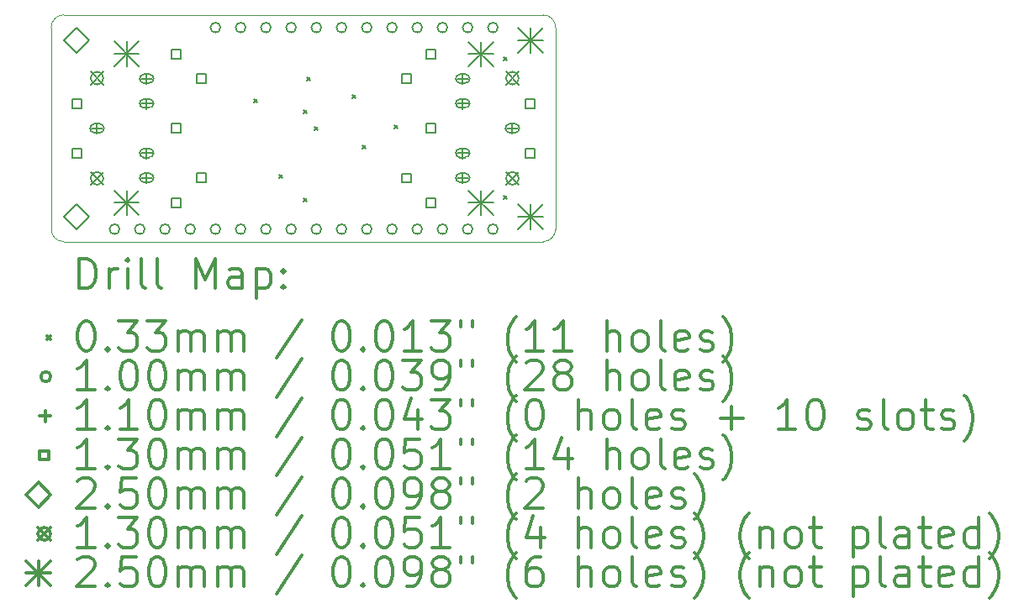
<source format=gbr>
%FSLAX45Y45*%
G04 Gerber Fmt 4.5, Leading zero omitted, Abs format (unit mm)*
G04 Created by KiCad (PCBNEW (5.0.0-rc2-dev-444-g2974a2c10)) date 08/12/19 19:19:52*
%MOMM*%
%LPD*%
G01*
G04 APERTURE LIST*
%ADD10C,0.100000*%
%ADD11C,0.200000*%
%ADD12C,0.300000*%
G04 APERTURE END LIST*
D10*
X12573000Y-9652000D02*
G75*
G02X12700000Y-9525000I127000J0D01*
G01*
X12700000Y-11811000D02*
G75*
G02X12573000Y-11684000I0J127000D01*
G01*
X17526000Y-9525000D02*
G75*
G02X17653000Y-9652000I0J-127000D01*
G01*
X17653000Y-11684000D02*
G75*
G02X17526000Y-11811000I-127000J0D01*
G01*
X12573000Y-9652000D02*
X12573000Y-11684000D01*
X12700000Y-9525000D02*
X17526000Y-9525000D01*
X17653000Y-11684000D02*
X17653000Y-9652000D01*
X17526000Y-11811000D02*
X12700000Y-11811000D01*
D11*
X14616515Y-10373154D02*
X14649535Y-10406174D01*
X14649535Y-10373154D02*
X14616515Y-10406174D01*
X14867890Y-11134090D02*
X14900910Y-11167110D01*
X14900910Y-11134090D02*
X14867890Y-11167110D01*
X15111815Y-10487454D02*
X15144835Y-10520474D01*
X15144835Y-10487454D02*
X15111815Y-10520474D01*
X15111815Y-11376454D02*
X15144835Y-11409474D01*
X15144835Y-11376454D02*
X15111815Y-11409474D01*
X15147290Y-10156190D02*
X15180310Y-10189210D01*
X15180310Y-10156190D02*
X15147290Y-10189210D01*
X15226115Y-10652054D02*
X15259135Y-10685074D01*
X15259135Y-10652054D02*
X15226115Y-10685074D01*
X15607115Y-10335054D02*
X15640135Y-10368074D01*
X15640135Y-10335054D02*
X15607115Y-10368074D01*
X15708715Y-10843054D02*
X15741735Y-10876074D01*
X15741735Y-10843054D02*
X15708715Y-10876074D01*
X16026215Y-10636834D02*
X16059235Y-10669854D01*
X16059235Y-10636834D02*
X16026215Y-10669854D01*
X17128490Y-9952990D02*
X17161510Y-9986010D01*
X17161510Y-9952990D02*
X17128490Y-9986010D01*
X17128490Y-11349990D02*
X17161510Y-11383010D01*
X17161510Y-11349990D02*
X17128490Y-11383010D01*
X13260625Y-11685064D02*
G75*
G03X13260625Y-11685064I-50000J0D01*
G01*
X13514625Y-11685064D02*
G75*
G03X13514625Y-11685064I-50000J0D01*
G01*
X13768625Y-11685064D02*
G75*
G03X13768625Y-11685064I-50000J0D01*
G01*
X14022625Y-11685064D02*
G75*
G03X14022625Y-11685064I-50000J0D01*
G01*
X14276625Y-9653064D02*
G75*
G03X14276625Y-9653064I-50000J0D01*
G01*
X14276625Y-11685064D02*
G75*
G03X14276625Y-11685064I-50000J0D01*
G01*
X14530625Y-9653064D02*
G75*
G03X14530625Y-9653064I-50000J0D01*
G01*
X14530625Y-11685064D02*
G75*
G03X14530625Y-11685064I-50000J0D01*
G01*
X14784625Y-9653064D02*
G75*
G03X14784625Y-9653064I-50000J0D01*
G01*
X14784625Y-11685064D02*
G75*
G03X14784625Y-11685064I-50000J0D01*
G01*
X15038625Y-9653064D02*
G75*
G03X15038625Y-9653064I-50000J0D01*
G01*
X15038625Y-11685064D02*
G75*
G03X15038625Y-11685064I-50000J0D01*
G01*
X15292625Y-9653064D02*
G75*
G03X15292625Y-9653064I-50000J0D01*
G01*
X15292625Y-11685064D02*
G75*
G03X15292625Y-11685064I-50000J0D01*
G01*
X15546625Y-9653064D02*
G75*
G03X15546625Y-9653064I-50000J0D01*
G01*
X15546625Y-11685064D02*
G75*
G03X15546625Y-11685064I-50000J0D01*
G01*
X15800625Y-9653064D02*
G75*
G03X15800625Y-9653064I-50000J0D01*
G01*
X15800625Y-11685064D02*
G75*
G03X15800625Y-11685064I-50000J0D01*
G01*
X16054625Y-9653064D02*
G75*
G03X16054625Y-9653064I-50000J0D01*
G01*
X16054625Y-11685064D02*
G75*
G03X16054625Y-11685064I-50000J0D01*
G01*
X16308625Y-9653064D02*
G75*
G03X16308625Y-9653064I-50000J0D01*
G01*
X16308625Y-11685064D02*
G75*
G03X16308625Y-11685064I-50000J0D01*
G01*
X16562625Y-9653064D02*
G75*
G03X16562625Y-9653064I-50000J0D01*
G01*
X16562625Y-11685064D02*
G75*
G03X16562625Y-11685064I-50000J0D01*
G01*
X16816625Y-9653064D02*
G75*
G03X16816625Y-9653064I-50000J0D01*
G01*
X16816625Y-11685064D02*
G75*
G03X16816625Y-11685064I-50000J0D01*
G01*
X17070625Y-9653064D02*
G75*
G03X17070625Y-9653064I-50000J0D01*
G01*
X17070625Y-11685064D02*
G75*
G03X17070625Y-11685064I-50000J0D01*
G01*
X13034200Y-10613000D02*
X13034200Y-10723000D01*
X12979200Y-10668000D02*
X13089200Y-10668000D01*
X13009200Y-10713000D02*
X13059200Y-10713000D01*
X13009200Y-10623000D02*
X13059200Y-10623000D01*
X13059200Y-10713000D02*
G75*
G03X13059200Y-10623000I0J45000D01*
G01*
X13009200Y-10623000D02*
G75*
G03X13009200Y-10713000I0J-45000D01*
G01*
X13534200Y-10113000D02*
X13534200Y-10223000D01*
X13479200Y-10168000D02*
X13589200Y-10168000D01*
X13509200Y-10213000D02*
X13559200Y-10213000D01*
X13509200Y-10123000D02*
X13559200Y-10123000D01*
X13559200Y-10213000D02*
G75*
G03X13559200Y-10123000I0J45000D01*
G01*
X13509200Y-10123000D02*
G75*
G03X13509200Y-10213000I0J-45000D01*
G01*
X13534200Y-10363000D02*
X13534200Y-10473000D01*
X13479200Y-10418000D02*
X13589200Y-10418000D01*
X13509200Y-10463000D02*
X13559200Y-10463000D01*
X13509200Y-10373000D02*
X13559200Y-10373000D01*
X13559200Y-10463000D02*
G75*
G03X13559200Y-10373000I0J45000D01*
G01*
X13509200Y-10373000D02*
G75*
G03X13509200Y-10463000I0J-45000D01*
G01*
X13534200Y-10863000D02*
X13534200Y-10973000D01*
X13479200Y-10918000D02*
X13589200Y-10918000D01*
X13509200Y-10963000D02*
X13559200Y-10963000D01*
X13509200Y-10873000D02*
X13559200Y-10873000D01*
X13559200Y-10963000D02*
G75*
G03X13559200Y-10873000I0J45000D01*
G01*
X13509200Y-10873000D02*
G75*
G03X13509200Y-10963000I0J-45000D01*
G01*
X13534200Y-11113000D02*
X13534200Y-11223000D01*
X13479200Y-11168000D02*
X13589200Y-11168000D01*
X13509200Y-11213000D02*
X13559200Y-11213000D01*
X13509200Y-11123000D02*
X13559200Y-11123000D01*
X13559200Y-11213000D02*
G75*
G03X13559200Y-11123000I0J45000D01*
G01*
X13509200Y-11123000D02*
G75*
G03X13509200Y-11213000I0J-45000D01*
G01*
X16717200Y-10113000D02*
X16717200Y-10223000D01*
X16662200Y-10168000D02*
X16772200Y-10168000D01*
X16742200Y-10123000D02*
X16692200Y-10123000D01*
X16742200Y-10213000D02*
X16692200Y-10213000D01*
X16692200Y-10123000D02*
G75*
G03X16692200Y-10213000I0J-45000D01*
G01*
X16742200Y-10213000D02*
G75*
G03X16742200Y-10123000I0J45000D01*
G01*
X16717200Y-10363000D02*
X16717200Y-10473000D01*
X16662200Y-10418000D02*
X16772200Y-10418000D01*
X16742200Y-10373000D02*
X16692200Y-10373000D01*
X16742200Y-10463000D02*
X16692200Y-10463000D01*
X16692200Y-10373000D02*
G75*
G03X16692200Y-10463000I0J-45000D01*
G01*
X16742200Y-10463000D02*
G75*
G03X16742200Y-10373000I0J45000D01*
G01*
X16717200Y-10863000D02*
X16717200Y-10973000D01*
X16662200Y-10918000D02*
X16772200Y-10918000D01*
X16742200Y-10873000D02*
X16692200Y-10873000D01*
X16742200Y-10963000D02*
X16692200Y-10963000D01*
X16692200Y-10873000D02*
G75*
G03X16692200Y-10963000I0J-45000D01*
G01*
X16742200Y-10963000D02*
G75*
G03X16742200Y-10873000I0J45000D01*
G01*
X16717200Y-11113000D02*
X16717200Y-11223000D01*
X16662200Y-11168000D02*
X16772200Y-11168000D01*
X16742200Y-11123000D02*
X16692200Y-11123000D01*
X16742200Y-11213000D02*
X16692200Y-11213000D01*
X16692200Y-11123000D02*
G75*
G03X16692200Y-11213000I0J-45000D01*
G01*
X16742200Y-11213000D02*
G75*
G03X16742200Y-11123000I0J45000D01*
G01*
X17217200Y-10613000D02*
X17217200Y-10723000D01*
X17162200Y-10668000D02*
X17272200Y-10668000D01*
X17242200Y-10623000D02*
X17192200Y-10623000D01*
X17242200Y-10713000D02*
X17192200Y-10713000D01*
X17192200Y-10623000D02*
G75*
G03X17192200Y-10713000I0J-45000D01*
G01*
X17242200Y-10713000D02*
G75*
G03X17242200Y-10623000I0J45000D01*
G01*
X12878888Y-10464327D02*
X12878888Y-10372402D01*
X12786963Y-10372402D01*
X12786963Y-10464327D01*
X12878888Y-10464327D01*
X12878888Y-10964327D02*
X12878888Y-10872402D01*
X12786963Y-10872402D01*
X12786963Y-10964327D01*
X12878888Y-10964327D01*
X13878888Y-9964327D02*
X13878888Y-9872402D01*
X13786963Y-9872402D01*
X13786963Y-9964327D01*
X13878888Y-9964327D01*
X13878888Y-10714327D02*
X13878888Y-10622402D01*
X13786963Y-10622402D01*
X13786963Y-10714327D01*
X13878888Y-10714327D01*
X13878888Y-11464327D02*
X13878888Y-11372402D01*
X13786963Y-11372402D01*
X13786963Y-11464327D01*
X13878888Y-11464327D01*
X14128888Y-10214327D02*
X14128888Y-10122402D01*
X14036963Y-10122402D01*
X14036963Y-10214327D01*
X14128888Y-10214327D01*
X14128888Y-11214327D02*
X14128888Y-11122402D01*
X14036963Y-11122402D01*
X14036963Y-11214327D01*
X14128888Y-11214327D01*
X16194288Y-10215727D02*
X16194288Y-10123802D01*
X16102363Y-10123802D01*
X16102363Y-10215727D01*
X16194288Y-10215727D01*
X16194288Y-11215727D02*
X16194288Y-11123802D01*
X16102363Y-11123802D01*
X16102363Y-11215727D01*
X16194288Y-11215727D01*
X16444288Y-9965727D02*
X16444288Y-9873802D01*
X16352363Y-9873802D01*
X16352363Y-9965727D01*
X16444288Y-9965727D01*
X16444288Y-10715727D02*
X16444288Y-10623802D01*
X16352363Y-10623802D01*
X16352363Y-10715727D01*
X16444288Y-10715727D01*
X16444288Y-11465727D02*
X16444288Y-11373802D01*
X16352363Y-11373802D01*
X16352363Y-11465727D01*
X16444288Y-11465727D01*
X17444288Y-10465727D02*
X17444288Y-10373802D01*
X17352363Y-10373802D01*
X17352363Y-10465727D01*
X17444288Y-10465727D01*
X17444288Y-10965727D02*
X17444288Y-10873802D01*
X17352363Y-10873802D01*
X17352363Y-10965727D01*
X17444288Y-10965727D01*
X12829625Y-9905064D02*
X12954625Y-9780064D01*
X12829625Y-9655064D01*
X12704625Y-9780064D01*
X12829625Y-9905064D01*
X12829625Y-11683064D02*
X12954625Y-11558064D01*
X12829625Y-11433064D01*
X12704625Y-11558064D01*
X12829625Y-11683064D01*
X12969200Y-10098000D02*
X13099200Y-10228000D01*
X13099200Y-10098000D02*
X12969200Y-10228000D01*
X13099200Y-10163000D02*
G75*
G03X13099200Y-10163000I-65000J0D01*
G01*
X12969200Y-11108000D02*
X13099200Y-11238000D01*
X13099200Y-11108000D02*
X12969200Y-11238000D01*
X13099200Y-11173000D02*
G75*
G03X13099200Y-11173000I-65000J0D01*
G01*
X17152200Y-10098000D02*
X17282200Y-10228000D01*
X17282200Y-10098000D02*
X17152200Y-10228000D01*
X17282200Y-10163000D02*
G75*
G03X17282200Y-10163000I-65000J0D01*
G01*
X17152200Y-11108000D02*
X17282200Y-11238000D01*
X17282200Y-11108000D02*
X17152200Y-11238000D01*
X17282200Y-11173000D02*
G75*
G03X17282200Y-11173000I-65000J0D01*
G01*
X13207925Y-9793364D02*
X13457925Y-10043364D01*
X13457925Y-9793364D02*
X13207925Y-10043364D01*
X13332925Y-9793364D02*
X13332925Y-10043364D01*
X13207925Y-9918364D02*
X13457925Y-9918364D01*
X13207925Y-11293364D02*
X13457925Y-11543364D01*
X13457925Y-11293364D02*
X13207925Y-11543364D01*
X13332925Y-11293364D02*
X13332925Y-11543364D01*
X13207925Y-11418364D02*
X13457925Y-11418364D01*
X17276625Y-9655064D02*
X17526625Y-9905064D01*
X17526625Y-9655064D02*
X17276625Y-9905064D01*
X17401625Y-9655064D02*
X17401625Y-9905064D01*
X17276625Y-9780064D02*
X17526625Y-9780064D01*
X17276625Y-11433064D02*
X17526625Y-11683064D01*
X17526625Y-11433064D02*
X17276625Y-11683064D01*
X17401625Y-11433064D02*
X17401625Y-11683064D01*
X17276625Y-11558064D02*
X17526625Y-11558064D01*
X16773325Y-9794764D02*
X17023325Y-10044764D01*
X17023325Y-9794764D02*
X16773325Y-10044764D01*
X16898325Y-9794764D02*
X16898325Y-10044764D01*
X16773325Y-9919764D02*
X17023325Y-9919764D01*
X16773325Y-11294764D02*
X17023325Y-11544764D01*
X17023325Y-11294764D02*
X16773325Y-11544764D01*
X16898325Y-11294764D02*
X16898325Y-11544764D01*
X16773325Y-11419764D02*
X17023325Y-11419764D01*
D12*
X12854428Y-12281714D02*
X12854428Y-11981714D01*
X12925857Y-11981714D01*
X12968714Y-11996000D01*
X12997286Y-12024571D01*
X13011571Y-12053143D01*
X13025857Y-12110286D01*
X13025857Y-12153143D01*
X13011571Y-12210286D01*
X12997286Y-12238857D01*
X12968714Y-12267429D01*
X12925857Y-12281714D01*
X12854428Y-12281714D01*
X13154428Y-12281714D02*
X13154428Y-12081714D01*
X13154428Y-12138857D02*
X13168714Y-12110286D01*
X13183000Y-12096000D01*
X13211571Y-12081714D01*
X13240143Y-12081714D01*
X13340143Y-12281714D02*
X13340143Y-12081714D01*
X13340143Y-11981714D02*
X13325857Y-11996000D01*
X13340143Y-12010286D01*
X13354428Y-11996000D01*
X13340143Y-11981714D01*
X13340143Y-12010286D01*
X13525857Y-12281714D02*
X13497286Y-12267429D01*
X13483000Y-12238857D01*
X13483000Y-11981714D01*
X13683000Y-12281714D02*
X13654428Y-12267429D01*
X13640143Y-12238857D01*
X13640143Y-11981714D01*
X14025857Y-12281714D02*
X14025857Y-11981714D01*
X14125857Y-12196000D01*
X14225857Y-11981714D01*
X14225857Y-12281714D01*
X14497286Y-12281714D02*
X14497286Y-12124571D01*
X14483000Y-12096000D01*
X14454428Y-12081714D01*
X14397286Y-12081714D01*
X14368714Y-12096000D01*
X14497286Y-12267429D02*
X14468714Y-12281714D01*
X14397286Y-12281714D01*
X14368714Y-12267429D01*
X14354428Y-12238857D01*
X14354428Y-12210286D01*
X14368714Y-12181714D01*
X14397286Y-12167429D01*
X14468714Y-12167429D01*
X14497286Y-12153143D01*
X14640143Y-12081714D02*
X14640143Y-12381714D01*
X14640143Y-12096000D02*
X14668714Y-12081714D01*
X14725857Y-12081714D01*
X14754428Y-12096000D01*
X14768714Y-12110286D01*
X14783000Y-12138857D01*
X14783000Y-12224571D01*
X14768714Y-12253143D01*
X14754428Y-12267429D01*
X14725857Y-12281714D01*
X14668714Y-12281714D01*
X14640143Y-12267429D01*
X14911571Y-12253143D02*
X14925857Y-12267429D01*
X14911571Y-12281714D01*
X14897286Y-12267429D01*
X14911571Y-12253143D01*
X14911571Y-12281714D01*
X14911571Y-12096000D02*
X14925857Y-12110286D01*
X14911571Y-12124571D01*
X14897286Y-12110286D01*
X14911571Y-12096000D01*
X14911571Y-12124571D01*
X12534980Y-12759490D02*
X12568000Y-12792510D01*
X12568000Y-12759490D02*
X12534980Y-12792510D01*
X12911571Y-12611714D02*
X12940143Y-12611714D01*
X12968714Y-12626000D01*
X12983000Y-12640286D01*
X12997286Y-12668857D01*
X13011571Y-12726000D01*
X13011571Y-12797429D01*
X12997286Y-12854571D01*
X12983000Y-12883143D01*
X12968714Y-12897429D01*
X12940143Y-12911714D01*
X12911571Y-12911714D01*
X12883000Y-12897429D01*
X12868714Y-12883143D01*
X12854428Y-12854571D01*
X12840143Y-12797429D01*
X12840143Y-12726000D01*
X12854428Y-12668857D01*
X12868714Y-12640286D01*
X12883000Y-12626000D01*
X12911571Y-12611714D01*
X13140143Y-12883143D02*
X13154428Y-12897429D01*
X13140143Y-12911714D01*
X13125857Y-12897429D01*
X13140143Y-12883143D01*
X13140143Y-12911714D01*
X13254428Y-12611714D02*
X13440143Y-12611714D01*
X13340143Y-12726000D01*
X13383000Y-12726000D01*
X13411571Y-12740286D01*
X13425857Y-12754571D01*
X13440143Y-12783143D01*
X13440143Y-12854571D01*
X13425857Y-12883143D01*
X13411571Y-12897429D01*
X13383000Y-12911714D01*
X13297286Y-12911714D01*
X13268714Y-12897429D01*
X13254428Y-12883143D01*
X13540143Y-12611714D02*
X13725857Y-12611714D01*
X13625857Y-12726000D01*
X13668714Y-12726000D01*
X13697286Y-12740286D01*
X13711571Y-12754571D01*
X13725857Y-12783143D01*
X13725857Y-12854571D01*
X13711571Y-12883143D01*
X13697286Y-12897429D01*
X13668714Y-12911714D01*
X13583000Y-12911714D01*
X13554428Y-12897429D01*
X13540143Y-12883143D01*
X13854428Y-12911714D02*
X13854428Y-12711714D01*
X13854428Y-12740286D02*
X13868714Y-12726000D01*
X13897286Y-12711714D01*
X13940143Y-12711714D01*
X13968714Y-12726000D01*
X13983000Y-12754571D01*
X13983000Y-12911714D01*
X13983000Y-12754571D02*
X13997286Y-12726000D01*
X14025857Y-12711714D01*
X14068714Y-12711714D01*
X14097286Y-12726000D01*
X14111571Y-12754571D01*
X14111571Y-12911714D01*
X14254428Y-12911714D02*
X14254428Y-12711714D01*
X14254428Y-12740286D02*
X14268714Y-12726000D01*
X14297286Y-12711714D01*
X14340143Y-12711714D01*
X14368714Y-12726000D01*
X14383000Y-12754571D01*
X14383000Y-12911714D01*
X14383000Y-12754571D02*
X14397286Y-12726000D01*
X14425857Y-12711714D01*
X14468714Y-12711714D01*
X14497286Y-12726000D01*
X14511571Y-12754571D01*
X14511571Y-12911714D01*
X15097286Y-12597429D02*
X14840143Y-12983143D01*
X15483000Y-12611714D02*
X15511571Y-12611714D01*
X15540143Y-12626000D01*
X15554428Y-12640286D01*
X15568714Y-12668857D01*
X15583000Y-12726000D01*
X15583000Y-12797429D01*
X15568714Y-12854571D01*
X15554428Y-12883143D01*
X15540143Y-12897429D01*
X15511571Y-12911714D01*
X15483000Y-12911714D01*
X15454428Y-12897429D01*
X15440143Y-12883143D01*
X15425857Y-12854571D01*
X15411571Y-12797429D01*
X15411571Y-12726000D01*
X15425857Y-12668857D01*
X15440143Y-12640286D01*
X15454428Y-12626000D01*
X15483000Y-12611714D01*
X15711571Y-12883143D02*
X15725857Y-12897429D01*
X15711571Y-12911714D01*
X15697286Y-12897429D01*
X15711571Y-12883143D01*
X15711571Y-12911714D01*
X15911571Y-12611714D02*
X15940143Y-12611714D01*
X15968714Y-12626000D01*
X15983000Y-12640286D01*
X15997286Y-12668857D01*
X16011571Y-12726000D01*
X16011571Y-12797429D01*
X15997286Y-12854571D01*
X15983000Y-12883143D01*
X15968714Y-12897429D01*
X15940143Y-12911714D01*
X15911571Y-12911714D01*
X15883000Y-12897429D01*
X15868714Y-12883143D01*
X15854428Y-12854571D01*
X15840143Y-12797429D01*
X15840143Y-12726000D01*
X15854428Y-12668857D01*
X15868714Y-12640286D01*
X15883000Y-12626000D01*
X15911571Y-12611714D01*
X16297286Y-12911714D02*
X16125857Y-12911714D01*
X16211571Y-12911714D02*
X16211571Y-12611714D01*
X16183000Y-12654571D01*
X16154428Y-12683143D01*
X16125857Y-12697429D01*
X16397286Y-12611714D02*
X16583000Y-12611714D01*
X16483000Y-12726000D01*
X16525857Y-12726000D01*
X16554428Y-12740286D01*
X16568714Y-12754571D01*
X16583000Y-12783143D01*
X16583000Y-12854571D01*
X16568714Y-12883143D01*
X16554428Y-12897429D01*
X16525857Y-12911714D01*
X16440143Y-12911714D01*
X16411571Y-12897429D01*
X16397286Y-12883143D01*
X16697286Y-12611714D02*
X16697286Y-12668857D01*
X16811571Y-12611714D02*
X16811571Y-12668857D01*
X17254428Y-13026000D02*
X17240143Y-13011714D01*
X17211571Y-12968857D01*
X17197286Y-12940286D01*
X17183000Y-12897429D01*
X17168714Y-12826000D01*
X17168714Y-12768857D01*
X17183000Y-12697429D01*
X17197286Y-12654571D01*
X17211571Y-12626000D01*
X17240143Y-12583143D01*
X17254428Y-12568857D01*
X17525857Y-12911714D02*
X17354428Y-12911714D01*
X17440143Y-12911714D02*
X17440143Y-12611714D01*
X17411571Y-12654571D01*
X17383000Y-12683143D01*
X17354428Y-12697429D01*
X17811571Y-12911714D02*
X17640143Y-12911714D01*
X17725857Y-12911714D02*
X17725857Y-12611714D01*
X17697286Y-12654571D01*
X17668714Y-12683143D01*
X17640143Y-12697429D01*
X18168714Y-12911714D02*
X18168714Y-12611714D01*
X18297286Y-12911714D02*
X18297286Y-12754571D01*
X18283000Y-12726000D01*
X18254428Y-12711714D01*
X18211571Y-12711714D01*
X18183000Y-12726000D01*
X18168714Y-12740286D01*
X18483000Y-12911714D02*
X18454428Y-12897429D01*
X18440143Y-12883143D01*
X18425857Y-12854571D01*
X18425857Y-12768857D01*
X18440143Y-12740286D01*
X18454428Y-12726000D01*
X18483000Y-12711714D01*
X18525857Y-12711714D01*
X18554428Y-12726000D01*
X18568714Y-12740286D01*
X18583000Y-12768857D01*
X18583000Y-12854571D01*
X18568714Y-12883143D01*
X18554428Y-12897429D01*
X18525857Y-12911714D01*
X18483000Y-12911714D01*
X18754428Y-12911714D02*
X18725857Y-12897429D01*
X18711571Y-12868857D01*
X18711571Y-12611714D01*
X18983000Y-12897429D02*
X18954428Y-12911714D01*
X18897286Y-12911714D01*
X18868714Y-12897429D01*
X18854428Y-12868857D01*
X18854428Y-12754571D01*
X18868714Y-12726000D01*
X18897286Y-12711714D01*
X18954428Y-12711714D01*
X18983000Y-12726000D01*
X18997286Y-12754571D01*
X18997286Y-12783143D01*
X18854428Y-12811714D01*
X19111571Y-12897429D02*
X19140143Y-12911714D01*
X19197286Y-12911714D01*
X19225857Y-12897429D01*
X19240143Y-12868857D01*
X19240143Y-12854571D01*
X19225857Y-12826000D01*
X19197286Y-12811714D01*
X19154428Y-12811714D01*
X19125857Y-12797429D01*
X19111571Y-12768857D01*
X19111571Y-12754571D01*
X19125857Y-12726000D01*
X19154428Y-12711714D01*
X19197286Y-12711714D01*
X19225857Y-12726000D01*
X19340143Y-13026000D02*
X19354428Y-13011714D01*
X19383000Y-12968857D01*
X19397286Y-12940286D01*
X19411571Y-12897429D01*
X19425857Y-12826000D01*
X19425857Y-12768857D01*
X19411571Y-12697429D01*
X19397286Y-12654571D01*
X19383000Y-12626000D01*
X19354428Y-12583143D01*
X19340143Y-12568857D01*
X12568000Y-13172000D02*
G75*
G03X12568000Y-13172000I-50000J0D01*
G01*
X13011571Y-13307714D02*
X12840143Y-13307714D01*
X12925857Y-13307714D02*
X12925857Y-13007714D01*
X12897286Y-13050571D01*
X12868714Y-13079143D01*
X12840143Y-13093429D01*
X13140143Y-13279143D02*
X13154428Y-13293429D01*
X13140143Y-13307714D01*
X13125857Y-13293429D01*
X13140143Y-13279143D01*
X13140143Y-13307714D01*
X13340143Y-13007714D02*
X13368714Y-13007714D01*
X13397286Y-13022000D01*
X13411571Y-13036286D01*
X13425857Y-13064857D01*
X13440143Y-13122000D01*
X13440143Y-13193429D01*
X13425857Y-13250571D01*
X13411571Y-13279143D01*
X13397286Y-13293429D01*
X13368714Y-13307714D01*
X13340143Y-13307714D01*
X13311571Y-13293429D01*
X13297286Y-13279143D01*
X13283000Y-13250571D01*
X13268714Y-13193429D01*
X13268714Y-13122000D01*
X13283000Y-13064857D01*
X13297286Y-13036286D01*
X13311571Y-13022000D01*
X13340143Y-13007714D01*
X13625857Y-13007714D02*
X13654428Y-13007714D01*
X13683000Y-13022000D01*
X13697286Y-13036286D01*
X13711571Y-13064857D01*
X13725857Y-13122000D01*
X13725857Y-13193429D01*
X13711571Y-13250571D01*
X13697286Y-13279143D01*
X13683000Y-13293429D01*
X13654428Y-13307714D01*
X13625857Y-13307714D01*
X13597286Y-13293429D01*
X13583000Y-13279143D01*
X13568714Y-13250571D01*
X13554428Y-13193429D01*
X13554428Y-13122000D01*
X13568714Y-13064857D01*
X13583000Y-13036286D01*
X13597286Y-13022000D01*
X13625857Y-13007714D01*
X13854428Y-13307714D02*
X13854428Y-13107714D01*
X13854428Y-13136286D02*
X13868714Y-13122000D01*
X13897286Y-13107714D01*
X13940143Y-13107714D01*
X13968714Y-13122000D01*
X13983000Y-13150571D01*
X13983000Y-13307714D01*
X13983000Y-13150571D02*
X13997286Y-13122000D01*
X14025857Y-13107714D01*
X14068714Y-13107714D01*
X14097286Y-13122000D01*
X14111571Y-13150571D01*
X14111571Y-13307714D01*
X14254428Y-13307714D02*
X14254428Y-13107714D01*
X14254428Y-13136286D02*
X14268714Y-13122000D01*
X14297286Y-13107714D01*
X14340143Y-13107714D01*
X14368714Y-13122000D01*
X14383000Y-13150571D01*
X14383000Y-13307714D01*
X14383000Y-13150571D02*
X14397286Y-13122000D01*
X14425857Y-13107714D01*
X14468714Y-13107714D01*
X14497286Y-13122000D01*
X14511571Y-13150571D01*
X14511571Y-13307714D01*
X15097286Y-12993429D02*
X14840143Y-13379143D01*
X15483000Y-13007714D02*
X15511571Y-13007714D01*
X15540143Y-13022000D01*
X15554428Y-13036286D01*
X15568714Y-13064857D01*
X15583000Y-13122000D01*
X15583000Y-13193429D01*
X15568714Y-13250571D01*
X15554428Y-13279143D01*
X15540143Y-13293429D01*
X15511571Y-13307714D01*
X15483000Y-13307714D01*
X15454428Y-13293429D01*
X15440143Y-13279143D01*
X15425857Y-13250571D01*
X15411571Y-13193429D01*
X15411571Y-13122000D01*
X15425857Y-13064857D01*
X15440143Y-13036286D01*
X15454428Y-13022000D01*
X15483000Y-13007714D01*
X15711571Y-13279143D02*
X15725857Y-13293429D01*
X15711571Y-13307714D01*
X15697286Y-13293429D01*
X15711571Y-13279143D01*
X15711571Y-13307714D01*
X15911571Y-13007714D02*
X15940143Y-13007714D01*
X15968714Y-13022000D01*
X15983000Y-13036286D01*
X15997286Y-13064857D01*
X16011571Y-13122000D01*
X16011571Y-13193429D01*
X15997286Y-13250571D01*
X15983000Y-13279143D01*
X15968714Y-13293429D01*
X15940143Y-13307714D01*
X15911571Y-13307714D01*
X15883000Y-13293429D01*
X15868714Y-13279143D01*
X15854428Y-13250571D01*
X15840143Y-13193429D01*
X15840143Y-13122000D01*
X15854428Y-13064857D01*
X15868714Y-13036286D01*
X15883000Y-13022000D01*
X15911571Y-13007714D01*
X16111571Y-13007714D02*
X16297286Y-13007714D01*
X16197286Y-13122000D01*
X16240143Y-13122000D01*
X16268714Y-13136286D01*
X16283000Y-13150571D01*
X16297286Y-13179143D01*
X16297286Y-13250571D01*
X16283000Y-13279143D01*
X16268714Y-13293429D01*
X16240143Y-13307714D01*
X16154428Y-13307714D01*
X16125857Y-13293429D01*
X16111571Y-13279143D01*
X16440143Y-13307714D02*
X16497286Y-13307714D01*
X16525857Y-13293429D01*
X16540143Y-13279143D01*
X16568714Y-13236286D01*
X16583000Y-13179143D01*
X16583000Y-13064857D01*
X16568714Y-13036286D01*
X16554428Y-13022000D01*
X16525857Y-13007714D01*
X16468714Y-13007714D01*
X16440143Y-13022000D01*
X16425857Y-13036286D01*
X16411571Y-13064857D01*
X16411571Y-13136286D01*
X16425857Y-13164857D01*
X16440143Y-13179143D01*
X16468714Y-13193429D01*
X16525857Y-13193429D01*
X16554428Y-13179143D01*
X16568714Y-13164857D01*
X16583000Y-13136286D01*
X16697286Y-13007714D02*
X16697286Y-13064857D01*
X16811571Y-13007714D02*
X16811571Y-13064857D01*
X17254428Y-13422000D02*
X17240143Y-13407714D01*
X17211571Y-13364857D01*
X17197286Y-13336286D01*
X17183000Y-13293429D01*
X17168714Y-13222000D01*
X17168714Y-13164857D01*
X17183000Y-13093429D01*
X17197286Y-13050571D01*
X17211571Y-13022000D01*
X17240143Y-12979143D01*
X17254428Y-12964857D01*
X17354428Y-13036286D02*
X17368714Y-13022000D01*
X17397286Y-13007714D01*
X17468714Y-13007714D01*
X17497286Y-13022000D01*
X17511571Y-13036286D01*
X17525857Y-13064857D01*
X17525857Y-13093429D01*
X17511571Y-13136286D01*
X17340143Y-13307714D01*
X17525857Y-13307714D01*
X17697286Y-13136286D02*
X17668714Y-13122000D01*
X17654428Y-13107714D01*
X17640143Y-13079143D01*
X17640143Y-13064857D01*
X17654428Y-13036286D01*
X17668714Y-13022000D01*
X17697286Y-13007714D01*
X17754428Y-13007714D01*
X17783000Y-13022000D01*
X17797286Y-13036286D01*
X17811571Y-13064857D01*
X17811571Y-13079143D01*
X17797286Y-13107714D01*
X17783000Y-13122000D01*
X17754428Y-13136286D01*
X17697286Y-13136286D01*
X17668714Y-13150571D01*
X17654428Y-13164857D01*
X17640143Y-13193429D01*
X17640143Y-13250571D01*
X17654428Y-13279143D01*
X17668714Y-13293429D01*
X17697286Y-13307714D01*
X17754428Y-13307714D01*
X17783000Y-13293429D01*
X17797286Y-13279143D01*
X17811571Y-13250571D01*
X17811571Y-13193429D01*
X17797286Y-13164857D01*
X17783000Y-13150571D01*
X17754428Y-13136286D01*
X18168714Y-13307714D02*
X18168714Y-13007714D01*
X18297286Y-13307714D02*
X18297286Y-13150571D01*
X18283000Y-13122000D01*
X18254428Y-13107714D01*
X18211571Y-13107714D01*
X18183000Y-13122000D01*
X18168714Y-13136286D01*
X18483000Y-13307714D02*
X18454428Y-13293429D01*
X18440143Y-13279143D01*
X18425857Y-13250571D01*
X18425857Y-13164857D01*
X18440143Y-13136286D01*
X18454428Y-13122000D01*
X18483000Y-13107714D01*
X18525857Y-13107714D01*
X18554428Y-13122000D01*
X18568714Y-13136286D01*
X18583000Y-13164857D01*
X18583000Y-13250571D01*
X18568714Y-13279143D01*
X18554428Y-13293429D01*
X18525857Y-13307714D01*
X18483000Y-13307714D01*
X18754428Y-13307714D02*
X18725857Y-13293429D01*
X18711571Y-13264857D01*
X18711571Y-13007714D01*
X18983000Y-13293429D02*
X18954428Y-13307714D01*
X18897286Y-13307714D01*
X18868714Y-13293429D01*
X18854428Y-13264857D01*
X18854428Y-13150571D01*
X18868714Y-13122000D01*
X18897286Y-13107714D01*
X18954428Y-13107714D01*
X18983000Y-13122000D01*
X18997286Y-13150571D01*
X18997286Y-13179143D01*
X18854428Y-13207714D01*
X19111571Y-13293429D02*
X19140143Y-13307714D01*
X19197286Y-13307714D01*
X19225857Y-13293429D01*
X19240143Y-13264857D01*
X19240143Y-13250571D01*
X19225857Y-13222000D01*
X19197286Y-13207714D01*
X19154428Y-13207714D01*
X19125857Y-13193429D01*
X19111571Y-13164857D01*
X19111571Y-13150571D01*
X19125857Y-13122000D01*
X19154428Y-13107714D01*
X19197286Y-13107714D01*
X19225857Y-13122000D01*
X19340143Y-13422000D02*
X19354428Y-13407714D01*
X19383000Y-13364857D01*
X19397286Y-13336286D01*
X19411571Y-13293429D01*
X19425857Y-13222000D01*
X19425857Y-13164857D01*
X19411571Y-13093429D01*
X19397286Y-13050571D01*
X19383000Y-13022000D01*
X19354428Y-12979143D01*
X19340143Y-12964857D01*
X12513000Y-13513000D02*
X12513000Y-13623000D01*
X12458000Y-13568000D02*
X12568000Y-13568000D01*
X13011571Y-13703714D02*
X12840143Y-13703714D01*
X12925857Y-13703714D02*
X12925857Y-13403714D01*
X12897286Y-13446571D01*
X12868714Y-13475143D01*
X12840143Y-13489429D01*
X13140143Y-13675143D02*
X13154428Y-13689429D01*
X13140143Y-13703714D01*
X13125857Y-13689429D01*
X13140143Y-13675143D01*
X13140143Y-13703714D01*
X13440143Y-13703714D02*
X13268714Y-13703714D01*
X13354428Y-13703714D02*
X13354428Y-13403714D01*
X13325857Y-13446571D01*
X13297286Y-13475143D01*
X13268714Y-13489429D01*
X13625857Y-13403714D02*
X13654428Y-13403714D01*
X13683000Y-13418000D01*
X13697286Y-13432286D01*
X13711571Y-13460857D01*
X13725857Y-13518000D01*
X13725857Y-13589429D01*
X13711571Y-13646571D01*
X13697286Y-13675143D01*
X13683000Y-13689429D01*
X13654428Y-13703714D01*
X13625857Y-13703714D01*
X13597286Y-13689429D01*
X13583000Y-13675143D01*
X13568714Y-13646571D01*
X13554428Y-13589429D01*
X13554428Y-13518000D01*
X13568714Y-13460857D01*
X13583000Y-13432286D01*
X13597286Y-13418000D01*
X13625857Y-13403714D01*
X13854428Y-13703714D02*
X13854428Y-13503714D01*
X13854428Y-13532286D02*
X13868714Y-13518000D01*
X13897286Y-13503714D01*
X13940143Y-13503714D01*
X13968714Y-13518000D01*
X13983000Y-13546571D01*
X13983000Y-13703714D01*
X13983000Y-13546571D02*
X13997286Y-13518000D01*
X14025857Y-13503714D01*
X14068714Y-13503714D01*
X14097286Y-13518000D01*
X14111571Y-13546571D01*
X14111571Y-13703714D01*
X14254428Y-13703714D02*
X14254428Y-13503714D01*
X14254428Y-13532286D02*
X14268714Y-13518000D01*
X14297286Y-13503714D01*
X14340143Y-13503714D01*
X14368714Y-13518000D01*
X14383000Y-13546571D01*
X14383000Y-13703714D01*
X14383000Y-13546571D02*
X14397286Y-13518000D01*
X14425857Y-13503714D01*
X14468714Y-13503714D01*
X14497286Y-13518000D01*
X14511571Y-13546571D01*
X14511571Y-13703714D01*
X15097286Y-13389429D02*
X14840143Y-13775143D01*
X15483000Y-13403714D02*
X15511571Y-13403714D01*
X15540143Y-13418000D01*
X15554428Y-13432286D01*
X15568714Y-13460857D01*
X15583000Y-13518000D01*
X15583000Y-13589429D01*
X15568714Y-13646571D01*
X15554428Y-13675143D01*
X15540143Y-13689429D01*
X15511571Y-13703714D01*
X15483000Y-13703714D01*
X15454428Y-13689429D01*
X15440143Y-13675143D01*
X15425857Y-13646571D01*
X15411571Y-13589429D01*
X15411571Y-13518000D01*
X15425857Y-13460857D01*
X15440143Y-13432286D01*
X15454428Y-13418000D01*
X15483000Y-13403714D01*
X15711571Y-13675143D02*
X15725857Y-13689429D01*
X15711571Y-13703714D01*
X15697286Y-13689429D01*
X15711571Y-13675143D01*
X15711571Y-13703714D01*
X15911571Y-13403714D02*
X15940143Y-13403714D01*
X15968714Y-13418000D01*
X15983000Y-13432286D01*
X15997286Y-13460857D01*
X16011571Y-13518000D01*
X16011571Y-13589429D01*
X15997286Y-13646571D01*
X15983000Y-13675143D01*
X15968714Y-13689429D01*
X15940143Y-13703714D01*
X15911571Y-13703714D01*
X15883000Y-13689429D01*
X15868714Y-13675143D01*
X15854428Y-13646571D01*
X15840143Y-13589429D01*
X15840143Y-13518000D01*
X15854428Y-13460857D01*
X15868714Y-13432286D01*
X15883000Y-13418000D01*
X15911571Y-13403714D01*
X16268714Y-13503714D02*
X16268714Y-13703714D01*
X16197286Y-13389429D02*
X16125857Y-13603714D01*
X16311571Y-13603714D01*
X16397286Y-13403714D02*
X16583000Y-13403714D01*
X16483000Y-13518000D01*
X16525857Y-13518000D01*
X16554428Y-13532286D01*
X16568714Y-13546571D01*
X16583000Y-13575143D01*
X16583000Y-13646571D01*
X16568714Y-13675143D01*
X16554428Y-13689429D01*
X16525857Y-13703714D01*
X16440143Y-13703714D01*
X16411571Y-13689429D01*
X16397286Y-13675143D01*
X16697286Y-13403714D02*
X16697286Y-13460857D01*
X16811571Y-13403714D02*
X16811571Y-13460857D01*
X17254428Y-13818000D02*
X17240143Y-13803714D01*
X17211571Y-13760857D01*
X17197286Y-13732286D01*
X17183000Y-13689429D01*
X17168714Y-13618000D01*
X17168714Y-13560857D01*
X17183000Y-13489429D01*
X17197286Y-13446571D01*
X17211571Y-13418000D01*
X17240143Y-13375143D01*
X17254428Y-13360857D01*
X17425857Y-13403714D02*
X17454428Y-13403714D01*
X17483000Y-13418000D01*
X17497286Y-13432286D01*
X17511571Y-13460857D01*
X17525857Y-13518000D01*
X17525857Y-13589429D01*
X17511571Y-13646571D01*
X17497286Y-13675143D01*
X17483000Y-13689429D01*
X17454428Y-13703714D01*
X17425857Y-13703714D01*
X17397286Y-13689429D01*
X17383000Y-13675143D01*
X17368714Y-13646571D01*
X17354428Y-13589429D01*
X17354428Y-13518000D01*
X17368714Y-13460857D01*
X17383000Y-13432286D01*
X17397286Y-13418000D01*
X17425857Y-13403714D01*
X17883000Y-13703714D02*
X17883000Y-13403714D01*
X18011571Y-13703714D02*
X18011571Y-13546571D01*
X17997286Y-13518000D01*
X17968714Y-13503714D01*
X17925857Y-13503714D01*
X17897286Y-13518000D01*
X17883000Y-13532286D01*
X18197286Y-13703714D02*
X18168714Y-13689429D01*
X18154428Y-13675143D01*
X18140143Y-13646571D01*
X18140143Y-13560857D01*
X18154428Y-13532286D01*
X18168714Y-13518000D01*
X18197286Y-13503714D01*
X18240143Y-13503714D01*
X18268714Y-13518000D01*
X18283000Y-13532286D01*
X18297286Y-13560857D01*
X18297286Y-13646571D01*
X18283000Y-13675143D01*
X18268714Y-13689429D01*
X18240143Y-13703714D01*
X18197286Y-13703714D01*
X18468714Y-13703714D02*
X18440143Y-13689429D01*
X18425857Y-13660857D01*
X18425857Y-13403714D01*
X18697286Y-13689429D02*
X18668714Y-13703714D01*
X18611571Y-13703714D01*
X18583000Y-13689429D01*
X18568714Y-13660857D01*
X18568714Y-13546571D01*
X18583000Y-13518000D01*
X18611571Y-13503714D01*
X18668714Y-13503714D01*
X18697286Y-13518000D01*
X18711571Y-13546571D01*
X18711571Y-13575143D01*
X18568714Y-13603714D01*
X18825857Y-13689429D02*
X18854428Y-13703714D01*
X18911571Y-13703714D01*
X18940143Y-13689429D01*
X18954428Y-13660857D01*
X18954428Y-13646571D01*
X18940143Y-13618000D01*
X18911571Y-13603714D01*
X18868714Y-13603714D01*
X18840143Y-13589429D01*
X18825857Y-13560857D01*
X18825857Y-13546571D01*
X18840143Y-13518000D01*
X18868714Y-13503714D01*
X18911571Y-13503714D01*
X18940143Y-13518000D01*
X19311571Y-13589429D02*
X19540143Y-13589429D01*
X19425857Y-13703714D02*
X19425857Y-13475143D01*
X20068714Y-13703714D02*
X19897286Y-13703714D01*
X19983000Y-13703714D02*
X19983000Y-13403714D01*
X19954428Y-13446571D01*
X19925857Y-13475143D01*
X19897286Y-13489429D01*
X20254428Y-13403714D02*
X20283000Y-13403714D01*
X20311571Y-13418000D01*
X20325857Y-13432286D01*
X20340143Y-13460857D01*
X20354428Y-13518000D01*
X20354428Y-13589429D01*
X20340143Y-13646571D01*
X20325857Y-13675143D01*
X20311571Y-13689429D01*
X20283000Y-13703714D01*
X20254428Y-13703714D01*
X20225857Y-13689429D01*
X20211571Y-13675143D01*
X20197286Y-13646571D01*
X20183000Y-13589429D01*
X20183000Y-13518000D01*
X20197286Y-13460857D01*
X20211571Y-13432286D01*
X20225857Y-13418000D01*
X20254428Y-13403714D01*
X20697286Y-13689429D02*
X20725857Y-13703714D01*
X20783000Y-13703714D01*
X20811571Y-13689429D01*
X20825857Y-13660857D01*
X20825857Y-13646571D01*
X20811571Y-13618000D01*
X20783000Y-13603714D01*
X20740143Y-13603714D01*
X20711571Y-13589429D01*
X20697286Y-13560857D01*
X20697286Y-13546571D01*
X20711571Y-13518000D01*
X20740143Y-13503714D01*
X20783000Y-13503714D01*
X20811571Y-13518000D01*
X20997286Y-13703714D02*
X20968714Y-13689429D01*
X20954428Y-13660857D01*
X20954428Y-13403714D01*
X21154428Y-13703714D02*
X21125857Y-13689429D01*
X21111571Y-13675143D01*
X21097286Y-13646571D01*
X21097286Y-13560857D01*
X21111571Y-13532286D01*
X21125857Y-13518000D01*
X21154428Y-13503714D01*
X21197286Y-13503714D01*
X21225857Y-13518000D01*
X21240143Y-13532286D01*
X21254428Y-13560857D01*
X21254428Y-13646571D01*
X21240143Y-13675143D01*
X21225857Y-13689429D01*
X21197286Y-13703714D01*
X21154428Y-13703714D01*
X21340143Y-13503714D02*
X21454428Y-13503714D01*
X21383000Y-13403714D02*
X21383000Y-13660857D01*
X21397286Y-13689429D01*
X21425857Y-13703714D01*
X21454428Y-13703714D01*
X21540143Y-13689429D02*
X21568714Y-13703714D01*
X21625857Y-13703714D01*
X21654428Y-13689429D01*
X21668714Y-13660857D01*
X21668714Y-13646571D01*
X21654428Y-13618000D01*
X21625857Y-13603714D01*
X21583000Y-13603714D01*
X21554428Y-13589429D01*
X21540143Y-13560857D01*
X21540143Y-13546571D01*
X21554428Y-13518000D01*
X21583000Y-13503714D01*
X21625857Y-13503714D01*
X21654428Y-13518000D01*
X21768714Y-13818000D02*
X21783000Y-13803714D01*
X21811571Y-13760857D01*
X21825857Y-13732286D01*
X21840143Y-13689429D01*
X21854428Y-13618000D01*
X21854428Y-13560857D01*
X21840143Y-13489429D01*
X21825857Y-13446571D01*
X21811571Y-13418000D01*
X21783000Y-13375143D01*
X21768714Y-13360857D01*
X12548962Y-14009962D02*
X12548962Y-13918038D01*
X12457037Y-13918038D01*
X12457037Y-14009962D01*
X12548962Y-14009962D01*
X13011571Y-14099714D02*
X12840143Y-14099714D01*
X12925857Y-14099714D02*
X12925857Y-13799714D01*
X12897286Y-13842571D01*
X12868714Y-13871143D01*
X12840143Y-13885429D01*
X13140143Y-14071143D02*
X13154428Y-14085429D01*
X13140143Y-14099714D01*
X13125857Y-14085429D01*
X13140143Y-14071143D01*
X13140143Y-14099714D01*
X13254428Y-13799714D02*
X13440143Y-13799714D01*
X13340143Y-13914000D01*
X13383000Y-13914000D01*
X13411571Y-13928286D01*
X13425857Y-13942571D01*
X13440143Y-13971143D01*
X13440143Y-14042571D01*
X13425857Y-14071143D01*
X13411571Y-14085429D01*
X13383000Y-14099714D01*
X13297286Y-14099714D01*
X13268714Y-14085429D01*
X13254428Y-14071143D01*
X13625857Y-13799714D02*
X13654428Y-13799714D01*
X13683000Y-13814000D01*
X13697286Y-13828286D01*
X13711571Y-13856857D01*
X13725857Y-13914000D01*
X13725857Y-13985429D01*
X13711571Y-14042571D01*
X13697286Y-14071143D01*
X13683000Y-14085429D01*
X13654428Y-14099714D01*
X13625857Y-14099714D01*
X13597286Y-14085429D01*
X13583000Y-14071143D01*
X13568714Y-14042571D01*
X13554428Y-13985429D01*
X13554428Y-13914000D01*
X13568714Y-13856857D01*
X13583000Y-13828286D01*
X13597286Y-13814000D01*
X13625857Y-13799714D01*
X13854428Y-14099714D02*
X13854428Y-13899714D01*
X13854428Y-13928286D02*
X13868714Y-13914000D01*
X13897286Y-13899714D01*
X13940143Y-13899714D01*
X13968714Y-13914000D01*
X13983000Y-13942571D01*
X13983000Y-14099714D01*
X13983000Y-13942571D02*
X13997286Y-13914000D01*
X14025857Y-13899714D01*
X14068714Y-13899714D01*
X14097286Y-13914000D01*
X14111571Y-13942571D01*
X14111571Y-14099714D01*
X14254428Y-14099714D02*
X14254428Y-13899714D01*
X14254428Y-13928286D02*
X14268714Y-13914000D01*
X14297286Y-13899714D01*
X14340143Y-13899714D01*
X14368714Y-13914000D01*
X14383000Y-13942571D01*
X14383000Y-14099714D01*
X14383000Y-13942571D02*
X14397286Y-13914000D01*
X14425857Y-13899714D01*
X14468714Y-13899714D01*
X14497286Y-13914000D01*
X14511571Y-13942571D01*
X14511571Y-14099714D01*
X15097286Y-13785429D02*
X14840143Y-14171143D01*
X15483000Y-13799714D02*
X15511571Y-13799714D01*
X15540143Y-13814000D01*
X15554428Y-13828286D01*
X15568714Y-13856857D01*
X15583000Y-13914000D01*
X15583000Y-13985429D01*
X15568714Y-14042571D01*
X15554428Y-14071143D01*
X15540143Y-14085429D01*
X15511571Y-14099714D01*
X15483000Y-14099714D01*
X15454428Y-14085429D01*
X15440143Y-14071143D01*
X15425857Y-14042571D01*
X15411571Y-13985429D01*
X15411571Y-13914000D01*
X15425857Y-13856857D01*
X15440143Y-13828286D01*
X15454428Y-13814000D01*
X15483000Y-13799714D01*
X15711571Y-14071143D02*
X15725857Y-14085429D01*
X15711571Y-14099714D01*
X15697286Y-14085429D01*
X15711571Y-14071143D01*
X15711571Y-14099714D01*
X15911571Y-13799714D02*
X15940143Y-13799714D01*
X15968714Y-13814000D01*
X15983000Y-13828286D01*
X15997286Y-13856857D01*
X16011571Y-13914000D01*
X16011571Y-13985429D01*
X15997286Y-14042571D01*
X15983000Y-14071143D01*
X15968714Y-14085429D01*
X15940143Y-14099714D01*
X15911571Y-14099714D01*
X15883000Y-14085429D01*
X15868714Y-14071143D01*
X15854428Y-14042571D01*
X15840143Y-13985429D01*
X15840143Y-13914000D01*
X15854428Y-13856857D01*
X15868714Y-13828286D01*
X15883000Y-13814000D01*
X15911571Y-13799714D01*
X16283000Y-13799714D02*
X16140143Y-13799714D01*
X16125857Y-13942571D01*
X16140143Y-13928286D01*
X16168714Y-13914000D01*
X16240143Y-13914000D01*
X16268714Y-13928286D01*
X16283000Y-13942571D01*
X16297286Y-13971143D01*
X16297286Y-14042571D01*
X16283000Y-14071143D01*
X16268714Y-14085429D01*
X16240143Y-14099714D01*
X16168714Y-14099714D01*
X16140143Y-14085429D01*
X16125857Y-14071143D01*
X16583000Y-14099714D02*
X16411571Y-14099714D01*
X16497286Y-14099714D02*
X16497286Y-13799714D01*
X16468714Y-13842571D01*
X16440143Y-13871143D01*
X16411571Y-13885429D01*
X16697286Y-13799714D02*
X16697286Y-13856857D01*
X16811571Y-13799714D02*
X16811571Y-13856857D01*
X17254428Y-14214000D02*
X17240143Y-14199714D01*
X17211571Y-14156857D01*
X17197286Y-14128286D01*
X17183000Y-14085429D01*
X17168714Y-14014000D01*
X17168714Y-13956857D01*
X17183000Y-13885429D01*
X17197286Y-13842571D01*
X17211571Y-13814000D01*
X17240143Y-13771143D01*
X17254428Y-13756857D01*
X17525857Y-14099714D02*
X17354428Y-14099714D01*
X17440143Y-14099714D02*
X17440143Y-13799714D01*
X17411571Y-13842571D01*
X17383000Y-13871143D01*
X17354428Y-13885429D01*
X17783000Y-13899714D02*
X17783000Y-14099714D01*
X17711571Y-13785429D02*
X17640143Y-13999714D01*
X17825857Y-13999714D01*
X18168714Y-14099714D02*
X18168714Y-13799714D01*
X18297286Y-14099714D02*
X18297286Y-13942571D01*
X18283000Y-13914000D01*
X18254428Y-13899714D01*
X18211571Y-13899714D01*
X18183000Y-13914000D01*
X18168714Y-13928286D01*
X18483000Y-14099714D02*
X18454428Y-14085429D01*
X18440143Y-14071143D01*
X18425857Y-14042571D01*
X18425857Y-13956857D01*
X18440143Y-13928286D01*
X18454428Y-13914000D01*
X18483000Y-13899714D01*
X18525857Y-13899714D01*
X18554428Y-13914000D01*
X18568714Y-13928286D01*
X18583000Y-13956857D01*
X18583000Y-14042571D01*
X18568714Y-14071143D01*
X18554428Y-14085429D01*
X18525857Y-14099714D01*
X18483000Y-14099714D01*
X18754428Y-14099714D02*
X18725857Y-14085429D01*
X18711571Y-14056857D01*
X18711571Y-13799714D01*
X18983000Y-14085429D02*
X18954428Y-14099714D01*
X18897286Y-14099714D01*
X18868714Y-14085429D01*
X18854428Y-14056857D01*
X18854428Y-13942571D01*
X18868714Y-13914000D01*
X18897286Y-13899714D01*
X18954428Y-13899714D01*
X18983000Y-13914000D01*
X18997286Y-13942571D01*
X18997286Y-13971143D01*
X18854428Y-13999714D01*
X19111571Y-14085429D02*
X19140143Y-14099714D01*
X19197286Y-14099714D01*
X19225857Y-14085429D01*
X19240143Y-14056857D01*
X19240143Y-14042571D01*
X19225857Y-14014000D01*
X19197286Y-13999714D01*
X19154428Y-13999714D01*
X19125857Y-13985429D01*
X19111571Y-13956857D01*
X19111571Y-13942571D01*
X19125857Y-13914000D01*
X19154428Y-13899714D01*
X19197286Y-13899714D01*
X19225857Y-13914000D01*
X19340143Y-14214000D02*
X19354428Y-14199714D01*
X19383000Y-14156857D01*
X19397286Y-14128286D01*
X19411571Y-14085429D01*
X19425857Y-14014000D01*
X19425857Y-13956857D01*
X19411571Y-13885429D01*
X19397286Y-13842571D01*
X19383000Y-13814000D01*
X19354428Y-13771143D01*
X19340143Y-13756857D01*
X12443000Y-14485000D02*
X12568000Y-14360000D01*
X12443000Y-14235000D01*
X12318000Y-14360000D01*
X12443000Y-14485000D01*
X12840143Y-14224286D02*
X12854428Y-14210000D01*
X12883000Y-14195714D01*
X12954428Y-14195714D01*
X12983000Y-14210000D01*
X12997286Y-14224286D01*
X13011571Y-14252857D01*
X13011571Y-14281429D01*
X12997286Y-14324286D01*
X12825857Y-14495714D01*
X13011571Y-14495714D01*
X13140143Y-14467143D02*
X13154428Y-14481429D01*
X13140143Y-14495714D01*
X13125857Y-14481429D01*
X13140143Y-14467143D01*
X13140143Y-14495714D01*
X13425857Y-14195714D02*
X13283000Y-14195714D01*
X13268714Y-14338571D01*
X13283000Y-14324286D01*
X13311571Y-14310000D01*
X13383000Y-14310000D01*
X13411571Y-14324286D01*
X13425857Y-14338571D01*
X13440143Y-14367143D01*
X13440143Y-14438571D01*
X13425857Y-14467143D01*
X13411571Y-14481429D01*
X13383000Y-14495714D01*
X13311571Y-14495714D01*
X13283000Y-14481429D01*
X13268714Y-14467143D01*
X13625857Y-14195714D02*
X13654428Y-14195714D01*
X13683000Y-14210000D01*
X13697286Y-14224286D01*
X13711571Y-14252857D01*
X13725857Y-14310000D01*
X13725857Y-14381429D01*
X13711571Y-14438571D01*
X13697286Y-14467143D01*
X13683000Y-14481429D01*
X13654428Y-14495714D01*
X13625857Y-14495714D01*
X13597286Y-14481429D01*
X13583000Y-14467143D01*
X13568714Y-14438571D01*
X13554428Y-14381429D01*
X13554428Y-14310000D01*
X13568714Y-14252857D01*
X13583000Y-14224286D01*
X13597286Y-14210000D01*
X13625857Y-14195714D01*
X13854428Y-14495714D02*
X13854428Y-14295714D01*
X13854428Y-14324286D02*
X13868714Y-14310000D01*
X13897286Y-14295714D01*
X13940143Y-14295714D01*
X13968714Y-14310000D01*
X13983000Y-14338571D01*
X13983000Y-14495714D01*
X13983000Y-14338571D02*
X13997286Y-14310000D01*
X14025857Y-14295714D01*
X14068714Y-14295714D01*
X14097286Y-14310000D01*
X14111571Y-14338571D01*
X14111571Y-14495714D01*
X14254428Y-14495714D02*
X14254428Y-14295714D01*
X14254428Y-14324286D02*
X14268714Y-14310000D01*
X14297286Y-14295714D01*
X14340143Y-14295714D01*
X14368714Y-14310000D01*
X14383000Y-14338571D01*
X14383000Y-14495714D01*
X14383000Y-14338571D02*
X14397286Y-14310000D01*
X14425857Y-14295714D01*
X14468714Y-14295714D01*
X14497286Y-14310000D01*
X14511571Y-14338571D01*
X14511571Y-14495714D01*
X15097286Y-14181429D02*
X14840143Y-14567143D01*
X15483000Y-14195714D02*
X15511571Y-14195714D01*
X15540143Y-14210000D01*
X15554428Y-14224286D01*
X15568714Y-14252857D01*
X15583000Y-14310000D01*
X15583000Y-14381429D01*
X15568714Y-14438571D01*
X15554428Y-14467143D01*
X15540143Y-14481429D01*
X15511571Y-14495714D01*
X15483000Y-14495714D01*
X15454428Y-14481429D01*
X15440143Y-14467143D01*
X15425857Y-14438571D01*
X15411571Y-14381429D01*
X15411571Y-14310000D01*
X15425857Y-14252857D01*
X15440143Y-14224286D01*
X15454428Y-14210000D01*
X15483000Y-14195714D01*
X15711571Y-14467143D02*
X15725857Y-14481429D01*
X15711571Y-14495714D01*
X15697286Y-14481429D01*
X15711571Y-14467143D01*
X15711571Y-14495714D01*
X15911571Y-14195714D02*
X15940143Y-14195714D01*
X15968714Y-14210000D01*
X15983000Y-14224286D01*
X15997286Y-14252857D01*
X16011571Y-14310000D01*
X16011571Y-14381429D01*
X15997286Y-14438571D01*
X15983000Y-14467143D01*
X15968714Y-14481429D01*
X15940143Y-14495714D01*
X15911571Y-14495714D01*
X15883000Y-14481429D01*
X15868714Y-14467143D01*
X15854428Y-14438571D01*
X15840143Y-14381429D01*
X15840143Y-14310000D01*
X15854428Y-14252857D01*
X15868714Y-14224286D01*
X15883000Y-14210000D01*
X15911571Y-14195714D01*
X16154428Y-14495714D02*
X16211571Y-14495714D01*
X16240143Y-14481429D01*
X16254428Y-14467143D01*
X16283000Y-14424286D01*
X16297286Y-14367143D01*
X16297286Y-14252857D01*
X16283000Y-14224286D01*
X16268714Y-14210000D01*
X16240143Y-14195714D01*
X16183000Y-14195714D01*
X16154428Y-14210000D01*
X16140143Y-14224286D01*
X16125857Y-14252857D01*
X16125857Y-14324286D01*
X16140143Y-14352857D01*
X16154428Y-14367143D01*
X16183000Y-14381429D01*
X16240143Y-14381429D01*
X16268714Y-14367143D01*
X16283000Y-14352857D01*
X16297286Y-14324286D01*
X16468714Y-14324286D02*
X16440143Y-14310000D01*
X16425857Y-14295714D01*
X16411571Y-14267143D01*
X16411571Y-14252857D01*
X16425857Y-14224286D01*
X16440143Y-14210000D01*
X16468714Y-14195714D01*
X16525857Y-14195714D01*
X16554428Y-14210000D01*
X16568714Y-14224286D01*
X16583000Y-14252857D01*
X16583000Y-14267143D01*
X16568714Y-14295714D01*
X16554428Y-14310000D01*
X16525857Y-14324286D01*
X16468714Y-14324286D01*
X16440143Y-14338571D01*
X16425857Y-14352857D01*
X16411571Y-14381429D01*
X16411571Y-14438571D01*
X16425857Y-14467143D01*
X16440143Y-14481429D01*
X16468714Y-14495714D01*
X16525857Y-14495714D01*
X16554428Y-14481429D01*
X16568714Y-14467143D01*
X16583000Y-14438571D01*
X16583000Y-14381429D01*
X16568714Y-14352857D01*
X16554428Y-14338571D01*
X16525857Y-14324286D01*
X16697286Y-14195714D02*
X16697286Y-14252857D01*
X16811571Y-14195714D02*
X16811571Y-14252857D01*
X17254428Y-14610000D02*
X17240143Y-14595714D01*
X17211571Y-14552857D01*
X17197286Y-14524286D01*
X17183000Y-14481429D01*
X17168714Y-14410000D01*
X17168714Y-14352857D01*
X17183000Y-14281429D01*
X17197286Y-14238571D01*
X17211571Y-14210000D01*
X17240143Y-14167143D01*
X17254428Y-14152857D01*
X17354428Y-14224286D02*
X17368714Y-14210000D01*
X17397286Y-14195714D01*
X17468714Y-14195714D01*
X17497286Y-14210000D01*
X17511571Y-14224286D01*
X17525857Y-14252857D01*
X17525857Y-14281429D01*
X17511571Y-14324286D01*
X17340143Y-14495714D01*
X17525857Y-14495714D01*
X17883000Y-14495714D02*
X17883000Y-14195714D01*
X18011571Y-14495714D02*
X18011571Y-14338571D01*
X17997286Y-14310000D01*
X17968714Y-14295714D01*
X17925857Y-14295714D01*
X17897286Y-14310000D01*
X17883000Y-14324286D01*
X18197286Y-14495714D02*
X18168714Y-14481429D01*
X18154428Y-14467143D01*
X18140143Y-14438571D01*
X18140143Y-14352857D01*
X18154428Y-14324286D01*
X18168714Y-14310000D01*
X18197286Y-14295714D01*
X18240143Y-14295714D01*
X18268714Y-14310000D01*
X18283000Y-14324286D01*
X18297286Y-14352857D01*
X18297286Y-14438571D01*
X18283000Y-14467143D01*
X18268714Y-14481429D01*
X18240143Y-14495714D01*
X18197286Y-14495714D01*
X18468714Y-14495714D02*
X18440143Y-14481429D01*
X18425857Y-14452857D01*
X18425857Y-14195714D01*
X18697286Y-14481429D02*
X18668714Y-14495714D01*
X18611571Y-14495714D01*
X18583000Y-14481429D01*
X18568714Y-14452857D01*
X18568714Y-14338571D01*
X18583000Y-14310000D01*
X18611571Y-14295714D01*
X18668714Y-14295714D01*
X18697286Y-14310000D01*
X18711571Y-14338571D01*
X18711571Y-14367143D01*
X18568714Y-14395714D01*
X18825857Y-14481429D02*
X18854428Y-14495714D01*
X18911571Y-14495714D01*
X18940143Y-14481429D01*
X18954428Y-14452857D01*
X18954428Y-14438571D01*
X18940143Y-14410000D01*
X18911571Y-14395714D01*
X18868714Y-14395714D01*
X18840143Y-14381429D01*
X18825857Y-14352857D01*
X18825857Y-14338571D01*
X18840143Y-14310000D01*
X18868714Y-14295714D01*
X18911571Y-14295714D01*
X18940143Y-14310000D01*
X19054428Y-14610000D02*
X19068714Y-14595714D01*
X19097286Y-14552857D01*
X19111571Y-14524286D01*
X19125857Y-14481429D01*
X19140143Y-14410000D01*
X19140143Y-14352857D01*
X19125857Y-14281429D01*
X19111571Y-14238571D01*
X19097286Y-14210000D01*
X19068714Y-14167143D01*
X19054428Y-14152857D01*
X12438000Y-14691000D02*
X12568000Y-14821000D01*
X12568000Y-14691000D02*
X12438000Y-14821000D01*
X12568000Y-14756000D02*
G75*
G03X12568000Y-14756000I-65000J0D01*
G01*
X13011571Y-14891714D02*
X12840143Y-14891714D01*
X12925857Y-14891714D02*
X12925857Y-14591714D01*
X12897286Y-14634571D01*
X12868714Y-14663143D01*
X12840143Y-14677429D01*
X13140143Y-14863143D02*
X13154428Y-14877429D01*
X13140143Y-14891714D01*
X13125857Y-14877429D01*
X13140143Y-14863143D01*
X13140143Y-14891714D01*
X13254428Y-14591714D02*
X13440143Y-14591714D01*
X13340143Y-14706000D01*
X13383000Y-14706000D01*
X13411571Y-14720286D01*
X13425857Y-14734571D01*
X13440143Y-14763143D01*
X13440143Y-14834571D01*
X13425857Y-14863143D01*
X13411571Y-14877429D01*
X13383000Y-14891714D01*
X13297286Y-14891714D01*
X13268714Y-14877429D01*
X13254428Y-14863143D01*
X13625857Y-14591714D02*
X13654428Y-14591714D01*
X13683000Y-14606000D01*
X13697286Y-14620286D01*
X13711571Y-14648857D01*
X13725857Y-14706000D01*
X13725857Y-14777429D01*
X13711571Y-14834571D01*
X13697286Y-14863143D01*
X13683000Y-14877429D01*
X13654428Y-14891714D01*
X13625857Y-14891714D01*
X13597286Y-14877429D01*
X13583000Y-14863143D01*
X13568714Y-14834571D01*
X13554428Y-14777429D01*
X13554428Y-14706000D01*
X13568714Y-14648857D01*
X13583000Y-14620286D01*
X13597286Y-14606000D01*
X13625857Y-14591714D01*
X13854428Y-14891714D02*
X13854428Y-14691714D01*
X13854428Y-14720286D02*
X13868714Y-14706000D01*
X13897286Y-14691714D01*
X13940143Y-14691714D01*
X13968714Y-14706000D01*
X13983000Y-14734571D01*
X13983000Y-14891714D01*
X13983000Y-14734571D02*
X13997286Y-14706000D01*
X14025857Y-14691714D01*
X14068714Y-14691714D01*
X14097286Y-14706000D01*
X14111571Y-14734571D01*
X14111571Y-14891714D01*
X14254428Y-14891714D02*
X14254428Y-14691714D01*
X14254428Y-14720286D02*
X14268714Y-14706000D01*
X14297286Y-14691714D01*
X14340143Y-14691714D01*
X14368714Y-14706000D01*
X14383000Y-14734571D01*
X14383000Y-14891714D01*
X14383000Y-14734571D02*
X14397286Y-14706000D01*
X14425857Y-14691714D01*
X14468714Y-14691714D01*
X14497286Y-14706000D01*
X14511571Y-14734571D01*
X14511571Y-14891714D01*
X15097286Y-14577429D02*
X14840143Y-14963143D01*
X15483000Y-14591714D02*
X15511571Y-14591714D01*
X15540143Y-14606000D01*
X15554428Y-14620286D01*
X15568714Y-14648857D01*
X15583000Y-14706000D01*
X15583000Y-14777429D01*
X15568714Y-14834571D01*
X15554428Y-14863143D01*
X15540143Y-14877429D01*
X15511571Y-14891714D01*
X15483000Y-14891714D01*
X15454428Y-14877429D01*
X15440143Y-14863143D01*
X15425857Y-14834571D01*
X15411571Y-14777429D01*
X15411571Y-14706000D01*
X15425857Y-14648857D01*
X15440143Y-14620286D01*
X15454428Y-14606000D01*
X15483000Y-14591714D01*
X15711571Y-14863143D02*
X15725857Y-14877429D01*
X15711571Y-14891714D01*
X15697286Y-14877429D01*
X15711571Y-14863143D01*
X15711571Y-14891714D01*
X15911571Y-14591714D02*
X15940143Y-14591714D01*
X15968714Y-14606000D01*
X15983000Y-14620286D01*
X15997286Y-14648857D01*
X16011571Y-14706000D01*
X16011571Y-14777429D01*
X15997286Y-14834571D01*
X15983000Y-14863143D01*
X15968714Y-14877429D01*
X15940143Y-14891714D01*
X15911571Y-14891714D01*
X15883000Y-14877429D01*
X15868714Y-14863143D01*
X15854428Y-14834571D01*
X15840143Y-14777429D01*
X15840143Y-14706000D01*
X15854428Y-14648857D01*
X15868714Y-14620286D01*
X15883000Y-14606000D01*
X15911571Y-14591714D01*
X16283000Y-14591714D02*
X16140143Y-14591714D01*
X16125857Y-14734571D01*
X16140143Y-14720286D01*
X16168714Y-14706000D01*
X16240143Y-14706000D01*
X16268714Y-14720286D01*
X16283000Y-14734571D01*
X16297286Y-14763143D01*
X16297286Y-14834571D01*
X16283000Y-14863143D01*
X16268714Y-14877429D01*
X16240143Y-14891714D01*
X16168714Y-14891714D01*
X16140143Y-14877429D01*
X16125857Y-14863143D01*
X16583000Y-14891714D02*
X16411571Y-14891714D01*
X16497286Y-14891714D02*
X16497286Y-14591714D01*
X16468714Y-14634571D01*
X16440143Y-14663143D01*
X16411571Y-14677429D01*
X16697286Y-14591714D02*
X16697286Y-14648857D01*
X16811571Y-14591714D02*
X16811571Y-14648857D01*
X17254428Y-15006000D02*
X17240143Y-14991714D01*
X17211571Y-14948857D01*
X17197286Y-14920286D01*
X17183000Y-14877429D01*
X17168714Y-14806000D01*
X17168714Y-14748857D01*
X17183000Y-14677429D01*
X17197286Y-14634571D01*
X17211571Y-14606000D01*
X17240143Y-14563143D01*
X17254428Y-14548857D01*
X17497286Y-14691714D02*
X17497286Y-14891714D01*
X17425857Y-14577429D02*
X17354428Y-14791714D01*
X17540143Y-14791714D01*
X17883000Y-14891714D02*
X17883000Y-14591714D01*
X18011571Y-14891714D02*
X18011571Y-14734571D01*
X17997286Y-14706000D01*
X17968714Y-14691714D01*
X17925857Y-14691714D01*
X17897286Y-14706000D01*
X17883000Y-14720286D01*
X18197286Y-14891714D02*
X18168714Y-14877429D01*
X18154428Y-14863143D01*
X18140143Y-14834571D01*
X18140143Y-14748857D01*
X18154428Y-14720286D01*
X18168714Y-14706000D01*
X18197286Y-14691714D01*
X18240143Y-14691714D01*
X18268714Y-14706000D01*
X18283000Y-14720286D01*
X18297286Y-14748857D01*
X18297286Y-14834571D01*
X18283000Y-14863143D01*
X18268714Y-14877429D01*
X18240143Y-14891714D01*
X18197286Y-14891714D01*
X18468714Y-14891714D02*
X18440143Y-14877429D01*
X18425857Y-14848857D01*
X18425857Y-14591714D01*
X18697286Y-14877429D02*
X18668714Y-14891714D01*
X18611571Y-14891714D01*
X18583000Y-14877429D01*
X18568714Y-14848857D01*
X18568714Y-14734571D01*
X18583000Y-14706000D01*
X18611571Y-14691714D01*
X18668714Y-14691714D01*
X18697286Y-14706000D01*
X18711571Y-14734571D01*
X18711571Y-14763143D01*
X18568714Y-14791714D01*
X18825857Y-14877429D02*
X18854428Y-14891714D01*
X18911571Y-14891714D01*
X18940143Y-14877429D01*
X18954428Y-14848857D01*
X18954428Y-14834571D01*
X18940143Y-14806000D01*
X18911571Y-14791714D01*
X18868714Y-14791714D01*
X18840143Y-14777429D01*
X18825857Y-14748857D01*
X18825857Y-14734571D01*
X18840143Y-14706000D01*
X18868714Y-14691714D01*
X18911571Y-14691714D01*
X18940143Y-14706000D01*
X19054428Y-15006000D02*
X19068714Y-14991714D01*
X19097286Y-14948857D01*
X19111571Y-14920286D01*
X19125857Y-14877429D01*
X19140143Y-14806000D01*
X19140143Y-14748857D01*
X19125857Y-14677429D01*
X19111571Y-14634571D01*
X19097286Y-14606000D01*
X19068714Y-14563143D01*
X19054428Y-14548857D01*
X19597286Y-15006000D02*
X19583000Y-14991714D01*
X19554428Y-14948857D01*
X19540143Y-14920286D01*
X19525857Y-14877429D01*
X19511571Y-14806000D01*
X19511571Y-14748857D01*
X19525857Y-14677429D01*
X19540143Y-14634571D01*
X19554428Y-14606000D01*
X19583000Y-14563143D01*
X19597286Y-14548857D01*
X19711571Y-14691714D02*
X19711571Y-14891714D01*
X19711571Y-14720286D02*
X19725857Y-14706000D01*
X19754428Y-14691714D01*
X19797286Y-14691714D01*
X19825857Y-14706000D01*
X19840143Y-14734571D01*
X19840143Y-14891714D01*
X20025857Y-14891714D02*
X19997286Y-14877429D01*
X19983000Y-14863143D01*
X19968714Y-14834571D01*
X19968714Y-14748857D01*
X19983000Y-14720286D01*
X19997286Y-14706000D01*
X20025857Y-14691714D01*
X20068714Y-14691714D01*
X20097286Y-14706000D01*
X20111571Y-14720286D01*
X20125857Y-14748857D01*
X20125857Y-14834571D01*
X20111571Y-14863143D01*
X20097286Y-14877429D01*
X20068714Y-14891714D01*
X20025857Y-14891714D01*
X20211571Y-14691714D02*
X20325857Y-14691714D01*
X20254428Y-14591714D02*
X20254428Y-14848857D01*
X20268714Y-14877429D01*
X20297286Y-14891714D01*
X20325857Y-14891714D01*
X20654428Y-14691714D02*
X20654428Y-14991714D01*
X20654428Y-14706000D02*
X20683000Y-14691714D01*
X20740143Y-14691714D01*
X20768714Y-14706000D01*
X20783000Y-14720286D01*
X20797286Y-14748857D01*
X20797286Y-14834571D01*
X20783000Y-14863143D01*
X20768714Y-14877429D01*
X20740143Y-14891714D01*
X20683000Y-14891714D01*
X20654428Y-14877429D01*
X20968714Y-14891714D02*
X20940143Y-14877429D01*
X20925857Y-14848857D01*
X20925857Y-14591714D01*
X21211571Y-14891714D02*
X21211571Y-14734571D01*
X21197286Y-14706000D01*
X21168714Y-14691714D01*
X21111571Y-14691714D01*
X21083000Y-14706000D01*
X21211571Y-14877429D02*
X21183000Y-14891714D01*
X21111571Y-14891714D01*
X21083000Y-14877429D01*
X21068714Y-14848857D01*
X21068714Y-14820286D01*
X21083000Y-14791714D01*
X21111571Y-14777429D01*
X21183000Y-14777429D01*
X21211571Y-14763143D01*
X21311571Y-14691714D02*
X21425857Y-14691714D01*
X21354428Y-14591714D02*
X21354428Y-14848857D01*
X21368714Y-14877429D01*
X21397286Y-14891714D01*
X21425857Y-14891714D01*
X21640143Y-14877429D02*
X21611571Y-14891714D01*
X21554428Y-14891714D01*
X21525857Y-14877429D01*
X21511571Y-14848857D01*
X21511571Y-14734571D01*
X21525857Y-14706000D01*
X21554428Y-14691714D01*
X21611571Y-14691714D01*
X21640143Y-14706000D01*
X21654428Y-14734571D01*
X21654428Y-14763143D01*
X21511571Y-14791714D01*
X21911571Y-14891714D02*
X21911571Y-14591714D01*
X21911571Y-14877429D02*
X21883000Y-14891714D01*
X21825857Y-14891714D01*
X21797286Y-14877429D01*
X21783000Y-14863143D01*
X21768714Y-14834571D01*
X21768714Y-14748857D01*
X21783000Y-14720286D01*
X21797286Y-14706000D01*
X21825857Y-14691714D01*
X21883000Y-14691714D01*
X21911571Y-14706000D01*
X22025857Y-15006000D02*
X22040143Y-14991714D01*
X22068714Y-14948857D01*
X22083000Y-14920286D01*
X22097286Y-14877429D01*
X22111571Y-14806000D01*
X22111571Y-14748857D01*
X22097286Y-14677429D01*
X22083000Y-14634571D01*
X22068714Y-14606000D01*
X22040143Y-14563143D01*
X22025857Y-14548857D01*
X12318000Y-15027000D02*
X12568000Y-15277000D01*
X12568000Y-15027000D02*
X12318000Y-15277000D01*
X12443000Y-15027000D02*
X12443000Y-15277000D01*
X12318000Y-15152000D02*
X12568000Y-15152000D01*
X12840143Y-15016286D02*
X12854428Y-15002000D01*
X12883000Y-14987714D01*
X12954428Y-14987714D01*
X12983000Y-15002000D01*
X12997286Y-15016286D01*
X13011571Y-15044857D01*
X13011571Y-15073429D01*
X12997286Y-15116286D01*
X12825857Y-15287714D01*
X13011571Y-15287714D01*
X13140143Y-15259143D02*
X13154428Y-15273429D01*
X13140143Y-15287714D01*
X13125857Y-15273429D01*
X13140143Y-15259143D01*
X13140143Y-15287714D01*
X13425857Y-14987714D02*
X13283000Y-14987714D01*
X13268714Y-15130571D01*
X13283000Y-15116286D01*
X13311571Y-15102000D01*
X13383000Y-15102000D01*
X13411571Y-15116286D01*
X13425857Y-15130571D01*
X13440143Y-15159143D01*
X13440143Y-15230571D01*
X13425857Y-15259143D01*
X13411571Y-15273429D01*
X13383000Y-15287714D01*
X13311571Y-15287714D01*
X13283000Y-15273429D01*
X13268714Y-15259143D01*
X13625857Y-14987714D02*
X13654428Y-14987714D01*
X13683000Y-15002000D01*
X13697286Y-15016286D01*
X13711571Y-15044857D01*
X13725857Y-15102000D01*
X13725857Y-15173429D01*
X13711571Y-15230571D01*
X13697286Y-15259143D01*
X13683000Y-15273429D01*
X13654428Y-15287714D01*
X13625857Y-15287714D01*
X13597286Y-15273429D01*
X13583000Y-15259143D01*
X13568714Y-15230571D01*
X13554428Y-15173429D01*
X13554428Y-15102000D01*
X13568714Y-15044857D01*
X13583000Y-15016286D01*
X13597286Y-15002000D01*
X13625857Y-14987714D01*
X13854428Y-15287714D02*
X13854428Y-15087714D01*
X13854428Y-15116286D02*
X13868714Y-15102000D01*
X13897286Y-15087714D01*
X13940143Y-15087714D01*
X13968714Y-15102000D01*
X13983000Y-15130571D01*
X13983000Y-15287714D01*
X13983000Y-15130571D02*
X13997286Y-15102000D01*
X14025857Y-15087714D01*
X14068714Y-15087714D01*
X14097286Y-15102000D01*
X14111571Y-15130571D01*
X14111571Y-15287714D01*
X14254428Y-15287714D02*
X14254428Y-15087714D01*
X14254428Y-15116286D02*
X14268714Y-15102000D01*
X14297286Y-15087714D01*
X14340143Y-15087714D01*
X14368714Y-15102000D01*
X14383000Y-15130571D01*
X14383000Y-15287714D01*
X14383000Y-15130571D02*
X14397286Y-15102000D01*
X14425857Y-15087714D01*
X14468714Y-15087714D01*
X14497286Y-15102000D01*
X14511571Y-15130571D01*
X14511571Y-15287714D01*
X15097286Y-14973429D02*
X14840143Y-15359143D01*
X15483000Y-14987714D02*
X15511571Y-14987714D01*
X15540143Y-15002000D01*
X15554428Y-15016286D01*
X15568714Y-15044857D01*
X15583000Y-15102000D01*
X15583000Y-15173429D01*
X15568714Y-15230571D01*
X15554428Y-15259143D01*
X15540143Y-15273429D01*
X15511571Y-15287714D01*
X15483000Y-15287714D01*
X15454428Y-15273429D01*
X15440143Y-15259143D01*
X15425857Y-15230571D01*
X15411571Y-15173429D01*
X15411571Y-15102000D01*
X15425857Y-15044857D01*
X15440143Y-15016286D01*
X15454428Y-15002000D01*
X15483000Y-14987714D01*
X15711571Y-15259143D02*
X15725857Y-15273429D01*
X15711571Y-15287714D01*
X15697286Y-15273429D01*
X15711571Y-15259143D01*
X15711571Y-15287714D01*
X15911571Y-14987714D02*
X15940143Y-14987714D01*
X15968714Y-15002000D01*
X15983000Y-15016286D01*
X15997286Y-15044857D01*
X16011571Y-15102000D01*
X16011571Y-15173429D01*
X15997286Y-15230571D01*
X15983000Y-15259143D01*
X15968714Y-15273429D01*
X15940143Y-15287714D01*
X15911571Y-15287714D01*
X15883000Y-15273429D01*
X15868714Y-15259143D01*
X15854428Y-15230571D01*
X15840143Y-15173429D01*
X15840143Y-15102000D01*
X15854428Y-15044857D01*
X15868714Y-15016286D01*
X15883000Y-15002000D01*
X15911571Y-14987714D01*
X16154428Y-15287714D02*
X16211571Y-15287714D01*
X16240143Y-15273429D01*
X16254428Y-15259143D01*
X16283000Y-15216286D01*
X16297286Y-15159143D01*
X16297286Y-15044857D01*
X16283000Y-15016286D01*
X16268714Y-15002000D01*
X16240143Y-14987714D01*
X16183000Y-14987714D01*
X16154428Y-15002000D01*
X16140143Y-15016286D01*
X16125857Y-15044857D01*
X16125857Y-15116286D01*
X16140143Y-15144857D01*
X16154428Y-15159143D01*
X16183000Y-15173429D01*
X16240143Y-15173429D01*
X16268714Y-15159143D01*
X16283000Y-15144857D01*
X16297286Y-15116286D01*
X16468714Y-15116286D02*
X16440143Y-15102000D01*
X16425857Y-15087714D01*
X16411571Y-15059143D01*
X16411571Y-15044857D01*
X16425857Y-15016286D01*
X16440143Y-15002000D01*
X16468714Y-14987714D01*
X16525857Y-14987714D01*
X16554428Y-15002000D01*
X16568714Y-15016286D01*
X16583000Y-15044857D01*
X16583000Y-15059143D01*
X16568714Y-15087714D01*
X16554428Y-15102000D01*
X16525857Y-15116286D01*
X16468714Y-15116286D01*
X16440143Y-15130571D01*
X16425857Y-15144857D01*
X16411571Y-15173429D01*
X16411571Y-15230571D01*
X16425857Y-15259143D01*
X16440143Y-15273429D01*
X16468714Y-15287714D01*
X16525857Y-15287714D01*
X16554428Y-15273429D01*
X16568714Y-15259143D01*
X16583000Y-15230571D01*
X16583000Y-15173429D01*
X16568714Y-15144857D01*
X16554428Y-15130571D01*
X16525857Y-15116286D01*
X16697286Y-14987714D02*
X16697286Y-15044857D01*
X16811571Y-14987714D02*
X16811571Y-15044857D01*
X17254428Y-15402000D02*
X17240143Y-15387714D01*
X17211571Y-15344857D01*
X17197286Y-15316286D01*
X17183000Y-15273429D01*
X17168714Y-15202000D01*
X17168714Y-15144857D01*
X17183000Y-15073429D01*
X17197286Y-15030571D01*
X17211571Y-15002000D01*
X17240143Y-14959143D01*
X17254428Y-14944857D01*
X17497286Y-14987714D02*
X17440143Y-14987714D01*
X17411571Y-15002000D01*
X17397286Y-15016286D01*
X17368714Y-15059143D01*
X17354428Y-15116286D01*
X17354428Y-15230571D01*
X17368714Y-15259143D01*
X17383000Y-15273429D01*
X17411571Y-15287714D01*
X17468714Y-15287714D01*
X17497286Y-15273429D01*
X17511571Y-15259143D01*
X17525857Y-15230571D01*
X17525857Y-15159143D01*
X17511571Y-15130571D01*
X17497286Y-15116286D01*
X17468714Y-15102000D01*
X17411571Y-15102000D01*
X17383000Y-15116286D01*
X17368714Y-15130571D01*
X17354428Y-15159143D01*
X17883000Y-15287714D02*
X17883000Y-14987714D01*
X18011571Y-15287714D02*
X18011571Y-15130571D01*
X17997286Y-15102000D01*
X17968714Y-15087714D01*
X17925857Y-15087714D01*
X17897286Y-15102000D01*
X17883000Y-15116286D01*
X18197286Y-15287714D02*
X18168714Y-15273429D01*
X18154428Y-15259143D01*
X18140143Y-15230571D01*
X18140143Y-15144857D01*
X18154428Y-15116286D01*
X18168714Y-15102000D01*
X18197286Y-15087714D01*
X18240143Y-15087714D01*
X18268714Y-15102000D01*
X18283000Y-15116286D01*
X18297286Y-15144857D01*
X18297286Y-15230571D01*
X18283000Y-15259143D01*
X18268714Y-15273429D01*
X18240143Y-15287714D01*
X18197286Y-15287714D01*
X18468714Y-15287714D02*
X18440143Y-15273429D01*
X18425857Y-15244857D01*
X18425857Y-14987714D01*
X18697286Y-15273429D02*
X18668714Y-15287714D01*
X18611571Y-15287714D01*
X18583000Y-15273429D01*
X18568714Y-15244857D01*
X18568714Y-15130571D01*
X18583000Y-15102000D01*
X18611571Y-15087714D01*
X18668714Y-15087714D01*
X18697286Y-15102000D01*
X18711571Y-15130571D01*
X18711571Y-15159143D01*
X18568714Y-15187714D01*
X18825857Y-15273429D02*
X18854428Y-15287714D01*
X18911571Y-15287714D01*
X18940143Y-15273429D01*
X18954428Y-15244857D01*
X18954428Y-15230571D01*
X18940143Y-15202000D01*
X18911571Y-15187714D01*
X18868714Y-15187714D01*
X18840143Y-15173429D01*
X18825857Y-15144857D01*
X18825857Y-15130571D01*
X18840143Y-15102000D01*
X18868714Y-15087714D01*
X18911571Y-15087714D01*
X18940143Y-15102000D01*
X19054428Y-15402000D02*
X19068714Y-15387714D01*
X19097286Y-15344857D01*
X19111571Y-15316286D01*
X19125857Y-15273429D01*
X19140143Y-15202000D01*
X19140143Y-15144857D01*
X19125857Y-15073429D01*
X19111571Y-15030571D01*
X19097286Y-15002000D01*
X19068714Y-14959143D01*
X19054428Y-14944857D01*
X19597286Y-15402000D02*
X19583000Y-15387714D01*
X19554428Y-15344857D01*
X19540143Y-15316286D01*
X19525857Y-15273429D01*
X19511571Y-15202000D01*
X19511571Y-15144857D01*
X19525857Y-15073429D01*
X19540143Y-15030571D01*
X19554428Y-15002000D01*
X19583000Y-14959143D01*
X19597286Y-14944857D01*
X19711571Y-15087714D02*
X19711571Y-15287714D01*
X19711571Y-15116286D02*
X19725857Y-15102000D01*
X19754428Y-15087714D01*
X19797286Y-15087714D01*
X19825857Y-15102000D01*
X19840143Y-15130571D01*
X19840143Y-15287714D01*
X20025857Y-15287714D02*
X19997286Y-15273429D01*
X19983000Y-15259143D01*
X19968714Y-15230571D01*
X19968714Y-15144857D01*
X19983000Y-15116286D01*
X19997286Y-15102000D01*
X20025857Y-15087714D01*
X20068714Y-15087714D01*
X20097286Y-15102000D01*
X20111571Y-15116286D01*
X20125857Y-15144857D01*
X20125857Y-15230571D01*
X20111571Y-15259143D01*
X20097286Y-15273429D01*
X20068714Y-15287714D01*
X20025857Y-15287714D01*
X20211571Y-15087714D02*
X20325857Y-15087714D01*
X20254428Y-14987714D02*
X20254428Y-15244857D01*
X20268714Y-15273429D01*
X20297286Y-15287714D01*
X20325857Y-15287714D01*
X20654428Y-15087714D02*
X20654428Y-15387714D01*
X20654428Y-15102000D02*
X20683000Y-15087714D01*
X20740143Y-15087714D01*
X20768714Y-15102000D01*
X20783000Y-15116286D01*
X20797286Y-15144857D01*
X20797286Y-15230571D01*
X20783000Y-15259143D01*
X20768714Y-15273429D01*
X20740143Y-15287714D01*
X20683000Y-15287714D01*
X20654428Y-15273429D01*
X20968714Y-15287714D02*
X20940143Y-15273429D01*
X20925857Y-15244857D01*
X20925857Y-14987714D01*
X21211571Y-15287714D02*
X21211571Y-15130571D01*
X21197286Y-15102000D01*
X21168714Y-15087714D01*
X21111571Y-15087714D01*
X21083000Y-15102000D01*
X21211571Y-15273429D02*
X21183000Y-15287714D01*
X21111571Y-15287714D01*
X21083000Y-15273429D01*
X21068714Y-15244857D01*
X21068714Y-15216286D01*
X21083000Y-15187714D01*
X21111571Y-15173429D01*
X21183000Y-15173429D01*
X21211571Y-15159143D01*
X21311571Y-15087714D02*
X21425857Y-15087714D01*
X21354428Y-14987714D02*
X21354428Y-15244857D01*
X21368714Y-15273429D01*
X21397286Y-15287714D01*
X21425857Y-15287714D01*
X21640143Y-15273429D02*
X21611571Y-15287714D01*
X21554428Y-15287714D01*
X21525857Y-15273429D01*
X21511571Y-15244857D01*
X21511571Y-15130571D01*
X21525857Y-15102000D01*
X21554428Y-15087714D01*
X21611571Y-15087714D01*
X21640143Y-15102000D01*
X21654428Y-15130571D01*
X21654428Y-15159143D01*
X21511571Y-15187714D01*
X21911571Y-15287714D02*
X21911571Y-14987714D01*
X21911571Y-15273429D02*
X21883000Y-15287714D01*
X21825857Y-15287714D01*
X21797286Y-15273429D01*
X21783000Y-15259143D01*
X21768714Y-15230571D01*
X21768714Y-15144857D01*
X21783000Y-15116286D01*
X21797286Y-15102000D01*
X21825857Y-15087714D01*
X21883000Y-15087714D01*
X21911571Y-15102000D01*
X22025857Y-15402000D02*
X22040143Y-15387714D01*
X22068714Y-15344857D01*
X22083000Y-15316286D01*
X22097286Y-15273429D01*
X22111571Y-15202000D01*
X22111571Y-15144857D01*
X22097286Y-15073429D01*
X22083000Y-15030571D01*
X22068714Y-15002000D01*
X22040143Y-14959143D01*
X22025857Y-14944857D01*
M02*

</source>
